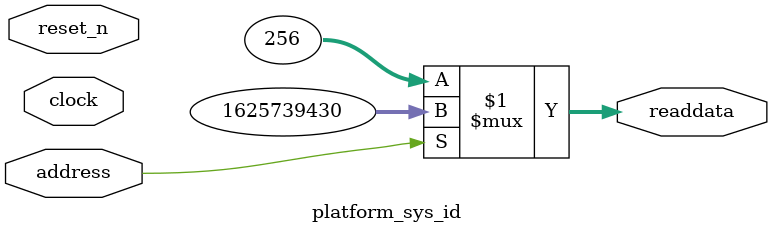
<source format=v>



// synthesis translate_off
`timescale 1ns / 1ps
// synthesis translate_on

// turn off superfluous verilog processor warnings 
// altera message_level Level1 
// altera message_off 10034 10035 10036 10037 10230 10240 10030 

module platform_sys_id (
               // inputs:
                address,
                clock,
                reset_n,

               // outputs:
                readdata
             )
;

  output  [ 31: 0] readdata;
  input            address;
  input            clock;
  input            reset_n;

  wire    [ 31: 0] readdata;
  //control_slave, which is an e_avalon_slave
  assign readdata = address ? 1625739430 : 256;

endmodule




</source>
